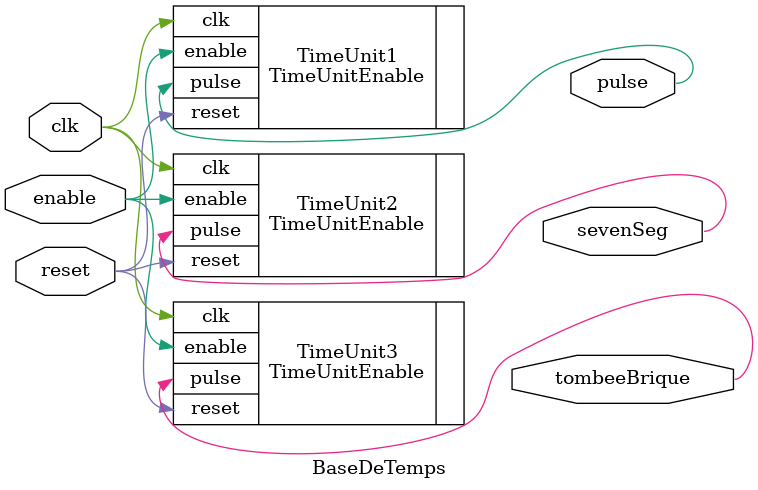
<source format=v>
`timescale 1ns / 1ps
module BaseDeTemps(
    input reset,
    input enable,
    input clk,
    output pulse,
    output sevenSeg,
    output tombeeBrique
    );
	 
	 TimeUnitEnable #(.FREQ_CLK(50000000),.FREQ_WANTED(25000000)) TimeUnit1(.enable(enable),.reset(reset),.clk(clk),.pulse(pulse));
	 
	 TimeUnitEnable #(.FREQ_CLK(50000000),.FREQ_WANTED(20000)) TimeUnit2(.enable(enable),.reset(reset),.clk(clk),.pulse(sevenSeg));
	 
	 TimeUnitEnable #(.FREQ_CLK(50000000),.FREQ_WANTED(2)) TimeUnit3(.enable(enable),.reset(reset),.clk(clk),.pulse(tombeeBrique));

endmodule

</source>
